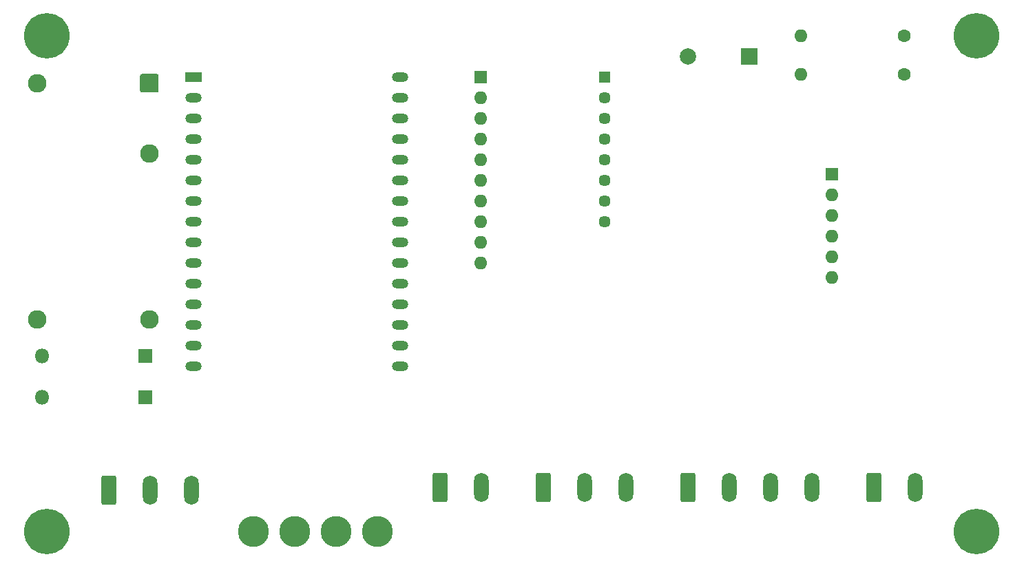
<source format=gbr>
%TF.GenerationSoftware,KiCad,Pcbnew,8.0.8+1*%
%TF.CreationDate,2025-02-28T13:11:42+11:00*%
%TF.ProjectId,mcomms,6d636f6d-6d73-42e6-9b69-6361645f7063,rev?*%
%TF.SameCoordinates,Original*%
%TF.FileFunction,Soldermask,Bot*%
%TF.FilePolarity,Negative*%
%FSLAX46Y46*%
G04 Gerber Fmt 4.6, Leading zero omitted, Abs format (unit mm)*
G04 Created by KiCad (PCBNEW 8.0.8+1) date 2025-02-28 13:11:42*
%MOMM*%
%LPD*%
G01*
G04 APERTURE LIST*
G04 Aperture macros list*
%AMRoundRect*
0 Rectangle with rounded corners*
0 $1 Rounding radius*
0 $2 $3 $4 $5 $6 $7 $8 $9 X,Y pos of 4 corners*
0 Add a 4 corners polygon primitive as box body*
4,1,4,$2,$3,$4,$5,$6,$7,$8,$9,$2,$3,0*
0 Add four circle primitives for the rounded corners*
1,1,$1+$1,$2,$3*
1,1,$1+$1,$4,$5*
1,1,$1+$1,$6,$7*
1,1,$1+$1,$8,$9*
0 Add four rect primitives between the rounded corners*
20,1,$1+$1,$2,$3,$4,$5,0*
20,1,$1+$1,$4,$5,$6,$7,0*
20,1,$1+$1,$6,$7,$8,$9,0*
20,1,$1+$1,$8,$9,$2,$3,0*%
G04 Aperture macros list end*
%ADD10C,2.600000*%
%ADD11C,3.800000*%
%ADD12RoundRect,0.250000X-0.650000X-1.550000X0.650000X-1.550000X0.650000X1.550000X-0.650000X1.550000X0*%
%ADD13O,1.800000X3.600000*%
%ADD14C,1.600000*%
%ADD15O,1.600000X1.600000*%
%ADD16RoundRect,0.250000X0.893000X0.893000X-0.893000X0.893000X-0.893000X-0.893000X0.893000X-0.893000X0*%
%ADD17C,2.286000*%
%ADD18C,5.600000*%
%ADD19R,1.450000X1.450000*%
%ADD20C,1.450000*%
%ADD21R,2.000000X2.000000*%
%ADD22C,2.000000*%
%ADD23R,1.600000X1.600000*%
%ADD24R,1.800000X1.800000*%
%ADD25O,1.800000X1.800000*%
%ADD26R,2.000000X1.200000*%
%ADD27O,2.000000X1.200000*%
G04 APERTURE END LIST*
D10*
%TO.C,H4*%
X104140000Y-81280000D03*
D11*
X104140000Y-81280000D03*
%TD*%
D10*
%TO.C,H3*%
X99060000Y-81280000D03*
D11*
X99060000Y-81280000D03*
%TD*%
D12*
%TO.C,J3*%
X165155000Y-75807500D03*
D13*
X170235000Y-75807500D03*
%TD*%
D14*
%TO.C,R2*%
X168910000Y-20320000D03*
D15*
X156210000Y-20320000D03*
%TD*%
D16*
%TO.C,U2*%
X76115000Y-26140000D03*
D17*
X62315000Y-26140000D03*
X62315000Y-55140000D03*
X76115000Y-55140000D03*
X76098400Y-34798000D03*
%TD*%
D12*
%TO.C,J1*%
X71120000Y-76200000D03*
D13*
X76200000Y-76200000D03*
X81280000Y-76200000D03*
%TD*%
D18*
%TO.C,H5*%
X63500000Y-20320000D03*
%TD*%
D19*
%TO.C,U4*%
X132080000Y-25400000D03*
D20*
X132080000Y-27940000D03*
X132080000Y-30480000D03*
X132080000Y-33020000D03*
X132080000Y-35560000D03*
X132080000Y-38100000D03*
X132080000Y-40640000D03*
X132080000Y-43180000D03*
%TD*%
D21*
%TO.C,BZ1*%
X149860000Y-22860000D03*
D22*
X142260000Y-22860000D03*
%TD*%
D23*
%TO.C,U3*%
X116840000Y-25400000D03*
D15*
X116840000Y-27940000D03*
X116840000Y-30480000D03*
X116840000Y-33020000D03*
X116840000Y-35560000D03*
X116840000Y-38100000D03*
X116840000Y-40640000D03*
X116840000Y-43180000D03*
X116840000Y-45720000D03*
X116840000Y-48260000D03*
%TD*%
D10*
%TO.C,H1*%
X88900000Y-81280000D03*
D11*
X88900000Y-81280000D03*
%TD*%
D23*
%TO.C,U5*%
X160020000Y-37338000D03*
D15*
X160020000Y-39878000D03*
X160020000Y-42418000D03*
X160020000Y-44958000D03*
X160020000Y-47498000D03*
X160020000Y-50038000D03*
%TD*%
D18*
%TO.C,H7*%
X177800000Y-20320000D03*
%TD*%
D12*
%TO.C,J4*%
X111815000Y-75807500D03*
D13*
X116895000Y-75807500D03*
%TD*%
D24*
%TO.C,D2*%
X75565000Y-59690000D03*
D25*
X62865000Y-59690000D03*
%TD*%
D14*
%TO.C,R1*%
X168910000Y-25070000D03*
D15*
X156210000Y-25070000D03*
%TD*%
D26*
%TO.C,U1*%
X81534000Y-25400000D03*
D27*
X81534000Y-27940000D03*
X81534000Y-30480000D03*
X81534000Y-33020000D03*
X81534000Y-35560000D03*
X81534000Y-38100000D03*
X81534000Y-40640000D03*
X81534000Y-43180000D03*
X81534000Y-45720000D03*
X81534000Y-48260000D03*
X81534000Y-50800000D03*
X81534000Y-53340000D03*
X81534000Y-55880000D03*
X81534000Y-58420000D03*
X81534000Y-60960000D03*
X106934000Y-60960000D03*
X106934000Y-58420000D03*
X106934000Y-55880000D03*
X106934000Y-53340000D03*
X106934000Y-50800000D03*
X106934000Y-48260000D03*
X106934000Y-45720000D03*
X106934000Y-43180000D03*
X106934000Y-40640000D03*
X106934000Y-38100000D03*
X106934000Y-35560000D03*
X106934000Y-33020000D03*
X106934000Y-30480000D03*
X106934000Y-27940000D03*
X106934000Y-25400000D03*
%TD*%
D12*
%TO.C,J5*%
X124515000Y-75807500D03*
D13*
X129595000Y-75807500D03*
X134675000Y-75807500D03*
%TD*%
D10*
%TO.C,H2*%
X93980000Y-81280000D03*
D11*
X93980000Y-81280000D03*
%TD*%
D18*
%TO.C,H6*%
X63500000Y-81280000D03*
%TD*%
D12*
%TO.C,J2*%
X142295000Y-75807500D03*
D13*
X147375000Y-75807500D03*
X152455000Y-75807500D03*
X157535000Y-75807500D03*
%TD*%
D18*
%TO.C,H8*%
X177800000Y-81280000D03*
%TD*%
D24*
%TO.C,D1*%
X75565000Y-64770000D03*
D25*
X62865000Y-64770000D03*
%TD*%
M02*

</source>
